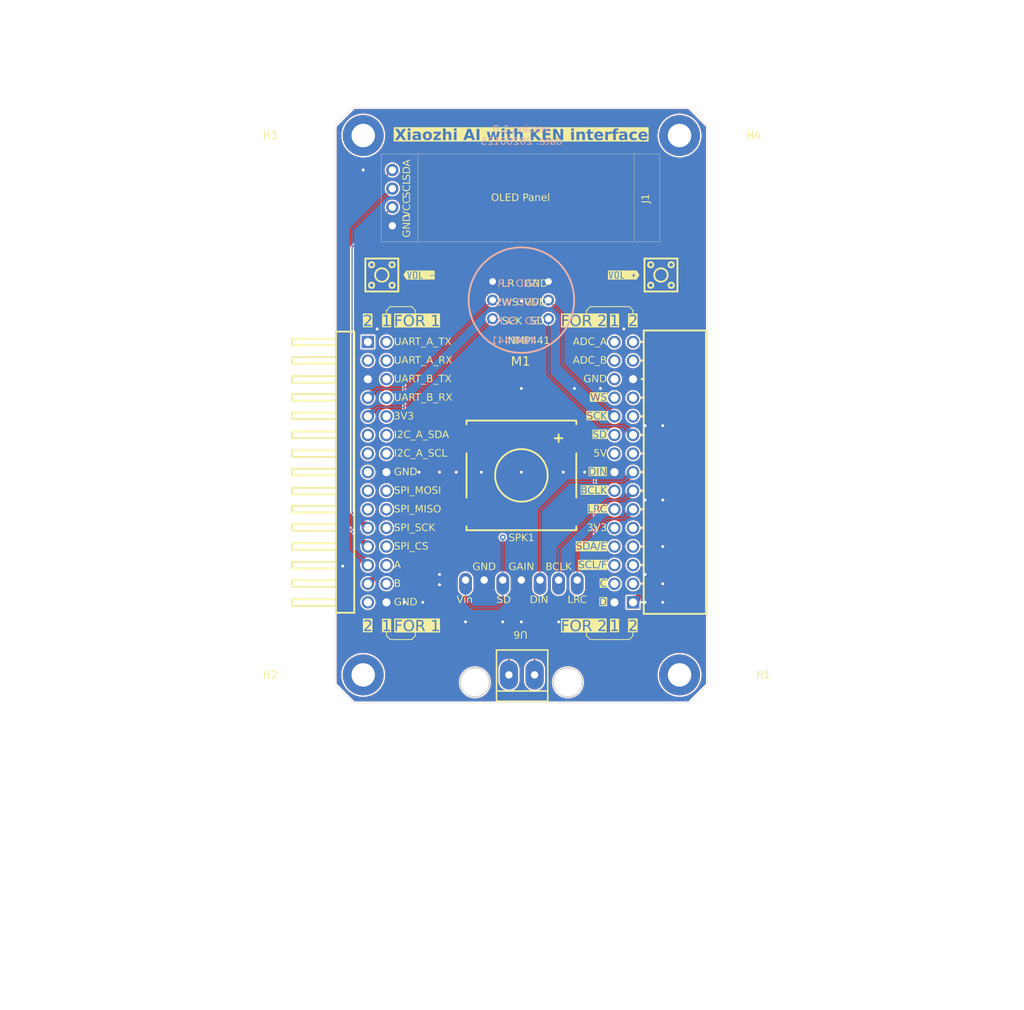
<source format=kicad_pcb>
(kicad_pcb (version 20241229) (generator "pcbnew") (generator_version "9.0")
  (layers (0 "F.Cu" signal) (4 "In1.Cu" signal) (6 "In2.Cu" signal) (2 "B.Cu" signal) (13 "F.Paste" user) (15 "B.Paste" user) (5 "F.SilkS" user "F.Silkscreen") (7 "B.SilkS" user "B.Silkscreen") (1 "F.Mask" user) (3 "B.Mask" user) (25 "Edge.Cuts" user))
  (property "COMMIT_DATE_LONG" "YYYY-MM-DD HH:MM:SS TZ")
  (property "COMMIT_HASH" "deadbeef")
  (property "RELEASE_VERSION" "v#.#")
  (net 0 "")
  (net 1 "GND")
  (net 2 "/IO17")
  (net 3 "/IO13")
  (net 5 "/IO18")
  (net 6 "+3V3")
  (net 7 "/IO12")
  (net 8 "/IO10")
  (net 9 "/IO11")
  (net 13 "/I2C_B_SDA")
  (net 14 "/I2C_B_SCL")
  (net 15 "/IO19")
  (net 16 "/BTN_A")
  (net 17 "/I2C_A_SDA")
  (net 18 "/BTN_B")
  (net 19 "/I2S_A_SD")
  (net 20 "/I2S_B_BCLK")
  (net 21 "/IO20")
  (net 22 "/I2S_A_WS")
  (net 23 "/I2S_B_DIN")
  (net 24 "/I2C_A_SCL")
  (net 25 "/I2S_A_SCK")
  (net 26 "/I2S_B_LRC")
  (net 27 "/ADC_A")
  (net 28 "/BTN_C")
  (net 29 "/BTN_D")
  (net 30 "/ADC_B")
  (net 31 "+5V")
  (net 35 "Net-(U6-OUTN)")
  (net 37 "Net-(SPK1-+)")
  (footprint "MountingHole:MountingHole_3.2mm_M3_DIN965_Pad" (layer "F.Cu") (at 105.41 116.84)
    (property "Reference" "H1" (at 11.43 0 0) (layer "F.SilkS"))
    (property "Value" "MountHole")
    (pad "1" thru_hole circle (at 0 0) (size 5.6 5.6) (drill 3.2) (layers "*.Cu" "*.Mask"))
  )
  (footprint "MountingHole:MountingHole_3.2mm_M3_DIN965_Pad" (layer "F.Cu") (at 62.23 116.84)
    (property "Reference" "H2" (at -12.7 0 0) (layer "F.SilkS"))
    (property "Value" "MountHole")
    (pad "1" thru_hole circle (at 0 0) (size 5.6 5.6) (drill 3.2) (layers "*.Cu" "*.Mask"))
  )
  (footprint "MountingHole:MountingHole_3.2mm_M3_DIN965_Pad" (layer "F.Cu") (at 105.41 43.18)
    (property "Reference" "H4" (at 10.16 0 0) (layer "F.SilkS"))
    (property "Value" "MountHole")
    (pad "1" thru_hole circle (at 0 0) (size 5.6 5.6) (drill 3.2) (layers "*.Cu" "*.Mask"))
  )
  (footprint "FS-1540:BUZ-SMD_5P-L15.0-W15.0-P13.7-BL" (layer "F.Cu") (at 83.82 89.154 180)
    (property "Reference" "SPK1" (at 0 -9 0) (layer "F.SilkS"))
    (property "Value" "FS-1540")
    (fp_line (start 7.49 7.05) (end -7.49 7.05) (stroke (width 0.25)) (layer "F.SilkS"))
    (fp_line (start 7.49 6.54) (end 7.49 7.05) (stroke (width 0.25)) (layer "F.SilkS"))
    (fp_line (start 7.49 -3.46) (end 7.49 2.58) (stroke (width 0.25)) (layer "F.SilkS"))
    (fp_line (start 7.49 -7.93) (end 7.49 -7.42) (stroke (width 0.25)) (layer "F.SilkS"))
    (fp_line (start -5.079999 4.13) (end -5.08 5.149999) (stroke (width 0.25)) (layer "F.SilkS"))
    (fp_line (start -5.589999 4.64) (end -4.57 4.639999) (stroke (width 0.25)) (layer "F.SilkS"))
    (fp_line (start -7.49 7.05) (end -7.49 6.54) (stroke (width 0.25)) (layer "F.SilkS"))
    (fp_line (start -7.49 2.58) (end -7.49 -3.46) (stroke (width 0.25)) (layer "F.SilkS"))
    (fp_line (start -7.49 -7.42) (end -7.49 -7.93) (stroke (width 0.25)) (layer "F.SilkS"))
    (fp_line (start -7.49 -7.93) (end 7.49 -7.93) (stroke (width 0.25)) (layer "F.SilkS"))
    (fp_circle (center 0 -0.44) (end 3.59 -0.44) (stroke (width 0.25)) (fill no) (layer "F.SilkS"))
    (pad "1" smd rect (at -6.85 4.999999 180) (size 1.8 3.5) (layers "F.Cu" "F.Mask" "F.Paste") (net 37 "Net-(SPK1-+)"))
    (pad "2" smd rect (at 6.85 4.999999 180) (size 1.8 3.5) (layers "F.Cu" "F.Mask" "F.Paste") (net 35 "Net-(U6-OUTN)"))
    (pad "3" smd rect (at 6.85 -4.999999 180) (size 1.8 3.5) (layers "F.Cu" "F.Mask" "F.Paste"))
    (pad "4" smd rect (at -6.85 -4.999999 180) (size 1.8 3.5) (layers "F.Cu" "F.Mask" "F.Paste"))
  )
  (footprint "inmp441:INMP441_OMNIDIRECTIONAL_MICROPHONE_MODULE" (layer "F.Cu") (at 84.9719 65.659)
    (property "Reference" "M1" (at -1.26175 8.4328 0) (layer "F.SilkS") (effects (font (size 1.27 1.27))))
    (property "Value" "~")
    (fp_circle (center -1.1519 0) (end 6.0482 0) (stroke (width 0.254)) (fill no) (layer "B.SilkS"))
    (fp_text user "LR" (at -3.839 -2.816 0) (layer "F.SilkS") (effects (font (thickness 0.2032)) (justify left top)))
    (fp_text user "WS" (at -3.84 -0.2562 0) (layer "F.SilkS") (effects (font (thickness 0.2032)) (justify left top)))
    (fp_text user "GND" (at -0.731 -2.816 0) (layer "F.SilkS") (effects (font (thickness 0.2032)) (justify left top)))
    (fp_text user "SD" (at 0.0533 2.3041 0) (layer "F.SilkS") (effects (font (thickness 0.2032)) (justify left top)))
    (fp_text user "INMP441" (at -3.426 4.9919 0) (layer "F.SilkS") (effects (font (thickness 0.2032)) (justify left top)))
    (fp_text user "SCK" (at -3.8405 2.3041 0) (layer "F.SilkS") (effects (font (thickness 0.2032)) (justify left top)))
    (fp_text user "VDD" (at -0.7681 -0.256 0) (layer "F.SilkS") (effects (font (thickness 0.2032)) (justify left top)))
    (fp_text user "WS" (at -2.3973 -0.2562 0) (layer "B.SilkS") (effects (font (thickness 0.2032)) (justify left top mirror)))
    (fp_text user "SD" (at 1.2807 2.3041 0) (layer "B.SilkS") (effects (font (thickness 0.2032)) (justify left top mirror)))
    (fp_text user "LR" (at -2.6881 -2.816 0) (layer "B.SilkS") (effects (font (thickness 0.2032)) (justify left top mirror)))
    (fp_text user "GND" (at 1.2799 -2.816 0) (layer "B.SilkS") (effects (font (thickness 0.2032)) (justify left top mirror)))
    (fp_text user "INMP441" (at 0.8961 4.9919 0) (layer "B.SilkS") (effects (font (thickness 0.2032)) (justify left top mirror)))
    (fp_text user "SCK" (at -1.8306 2.3041 0) (layer "B.SilkS") (effects (font (thickness 0.2032)) (justify left top mirror)))
    (fp_text user "VDD" (at 1.2814 -0.256 0) (layer "B.SilkS") (effects (font (thickness 0.2032)) (justify left top mirror)))
    (pad "GND" thru_hole rect (at 2.54 -2.54) (size 1.524 1.524) (drill 0.9144) (layers "*.Cu" "*.Mask") (net 1 "GND"))
    (pad "L/R" thru_hole oval (at -5.08 -2.54) (size 1.524 1.524) (drill 0.9144) (layers "*.Cu" "*.Mask") (net 1 "GND"))
    (pad "SCK" thru_hole oval (at -5.08 2.54) (size 1.524 1.524) (drill 0.9144) (layers "*.Cu" "*.Mask") (net 25 "/I2S_A_SCK"))
    (pad "SD" thru_hole oval (at 2.54 2.54) (size 1.524 1.524) (drill 0.9144) (layers "*.Cu" "*.Mask") (net 19 "/I2S_A_SD"))
    (pad "VDD" thru_hole oval (at 2.54 0) (size 1.524 1.524) (drill 0.9144) (layers "*.Cu" "*.Mask") (net 6 "+3V3"))
    (pad "WS" thru_hole oval (at -5.08 0) (size 1.524 1.524) (drill 0.9144) (layers "*.Cu" "*.Mask") (net 22 "/I2S_A_WS"))
  )
  (footprint "adafruit-MAX98357:adafruit-MAX98357" (layer "F.Cu") (at 83.7 110.793 180)
    (property "Reference" "U6" (at 0 -0.5 180) (layer "F.SilkS"))
    (property "Value" "adafruit-MAX98357")
    (fp_line (start 3.28 -2.647) (end 3.28 -8.247) (stroke (width 0.2032)) (layer "F.SilkS"))
    (fp_line (start 3.28 -8.247) (end 3.28 -9.647) (stroke (width 0.2032)) (layer "F.SilkS"))
    (fp_line (start 3.28 -8.247) (end -3.72 -8.247) (stroke (width 0.2032)) (layer "F.SilkS"))
    (fp_line (start 3.28 -9.647) (end -3.72 -9.647) (stroke (width 0.2032)) (layer "F.SilkS"))
    (fp_line (start -3.72 -2.647) (end 3.28 -2.647) (stroke (width 0.2032)) (layer "F.SilkS"))
    (fp_line (start -3.72 -8.247) (end -3.72 -2.647) (stroke (width 0.2032)) (layer "F.SilkS"))
    (fp_line (start -3.72 -9.647) (end -3.72 -8.247) (stroke (width 0.2032)) (layer "F.SilkS"))
    (fp_circle (center 6.23 -7.063) (end 8.23 -7.063) (stroke (width 0.2032)) (fill no) (layer "Edge.Cuts"))
    (fp_circle (center -6.47 -7.063) (end -4.47 -7.063) (stroke (width 0.2032)) (fill no) (layer "Edge.Cuts"))
    (fp_text user "SD" (at 2.293 4.185 0) (layer "F.SilkS") (effects (font (thickness 0.1524))))
    (fp_text user "DIN" (at -2.533 4.185 0) (layer "F.SilkS") (effects (font (thickness 0.1524))))
    (fp_text user "GND" (at 4.96 8.685 0) (layer "F.SilkS") (effects (font (thickness 0.1524))))
    (fp_text user "LRC" (at -7.747 4.191 0) (layer "F.SilkS") (effects (font (thickness 0.1524))))
    (fp_text user "GAIN" (at -0.12 8.685 0) (layer "F.SilkS") (effects (font (thickness 0.1524))))
    (fp_text user "Vin" (at 7.627 4.185 0) (layer "F.SilkS") (effects (font (thickness 0.1524))))
    (fp_text user "BCLK" (at -5.2 8.685 0) (layer "F.SilkS") (effects (font (thickness 0.1524))))
    (pad "1" thru_hole oval (at 7.5 6.907 90) (size 3 1.75) (drill 1 (offset -0.5 0)) (layers "*.Cu" "*.Mask") (net 6 "+3V3"))
    (pad "2" thru_hole oval (at 4.96 6.907 90) (size 3 1.75) (drill 1 (offset -0.5 0)) (layers "*.Cu" "*.Mask") (net 1 "GND"))
    (pad "3" thru_hole oval (at 2.42 6.907 90) (size 3 1.75) (drill 1 (offset -0.5 0)) (layers "*.Cu" "*.Mask") (net 6 "+3V3"))
    (pad "4" thru_hole oval (at -0.12 6.907 90) (size 3 1.75) (drill 1 (offset -0.5 0)) (layers "*.Cu" "*.Mask") (net 1 "GND"))
    (pad "5" thru_hole oval (at -2.66 6.907 90) (size 3 1.75) (drill 1 (offset -0.5 0)) (layers "*.Cu" "*.Mask") (net 23 "/I2S_B_DIN"))
    (pad "6" thru_hole oval (at -5.2 6.907 90) (size 3 1.75) (drill 1 (offset -0.5 0)) (layers "*.Cu" "*.Mask") (net 20 "/I2S_B_BCLK"))
    (pad "7" thru_hole oval (at -7.74 6.907 90) (size 3 1.75) (drill 1 (offset -0.5 0)) (layers "*.Cu" "*.Mask") (net 26 "/I2S_B_LRC"))
    (pad "8" thru_hole oval (at -1.92 -6.047) (size 2.5 4) (drill 1) (layers "*.Cu" "*.Mask") (net 37 "Net-(SPK1-+)"))
    (pad "9" thru_hole oval (at 1.58 -6.047) (size 2.5 4) (drill 1) (layers "*.Cu" "*.Mask") (net 35 "Net-(U6-OUTN)"))
  )
  (footprint "MountingHole:MountingHole_3.2mm_M3_DIN965_Pad" (layer "F.Cu") (at 62.23 43.18)
    (property "Reference" "H3" (at -12.7 0 0) (layer "F.SilkS"))
    (property "Value" "MountHole")
    (pad "1" thru_hole circle (at 0 0) (size 5.6 5.6) (drill 3.2) (layers "*.Cu" "*.Mask"))
  )
  (footprint "XDZ254-2-15-W-2.5-G1:HDR-TH_30P-P2.54-H-M-R2-C15-S2.54-N" (layer "F.Cu") (at 64.135 89.154 -90)
    (property "Reference" "U3" (hide yes))
    (property "Value" "XDZ254-2-15-W-2.5-G1")
    (fp_line (start -18.22 11.63) (end -17.33 11.63) (stroke (width 0.25)) (layer "F.SilkS"))
    (fp_line (start -17.33 11.63) (end -17.33 5.63) (stroke (width 0.25)) (layer "F.SilkS"))
    (fp_line (start -15.71 11.63) (end -14.82 11.63) (stroke (width 0.25)) (layer "F.SilkS"))
    (fp_line (start -14.82 11.63) (end -14.82 5.63) (stroke (width 0.25)) (layer "F.SilkS"))
    (fp_line (start -13.12 11.63) (end -12.22 11.63) (stroke (width 0.25)) (layer "F.SilkS"))
    (fp_line (start -12.22 11.63) (end -12.22 5.63) (stroke (width 0.25)) (layer "F.SilkS"))
    (fp_line (start -10.66 11.63) (end -9.76 11.63) (stroke (width 0.25)) (layer "F.SilkS"))
    (fp_line (start -9.76 11.63) (end -9.76 5.63) (stroke (width 0.25)) (layer "F.SilkS"))
    (fp_line (start -8.14 11.63) (end -7.25 11.63) (stroke (width 0.25)) (layer "F.SilkS"))
    (fp_line (start -7.25 11.63) (end -7.25 5.63) (stroke (width 0.25)) (layer "F.SilkS"))
    (fp_line (start -5.55 11.63) (end -4.66 11.63) (stroke (width 0.25)) (layer "F.SilkS"))
    (fp_line (start -4.66 11.63) (end -4.66 5.63) (stroke (width 0.25)) (layer "F.SilkS"))
    (fp_line (start -2.97 11.63) (end -2.07 11.63) (stroke (width 0.25)) (layer "F.SilkS"))
    (fp_line (start -2.07 11.63) (end -2.07 5.63) (stroke (width 0.25)) (layer "F.SilkS"))
    (fp_line (start -0.45 11.63) (end 0.44 11.63) (stroke (width 0.25)) (layer "F.SilkS"))
    (fp_line (start 0.44 11.63) (end 0.44 5.63) (stroke (width 0.25)) (layer "F.SilkS"))
    (fp_line (start 2.14 11.63) (end 3.03 11.63) (stroke (width 0.25)) (layer "F.SilkS"))
    (fp_line (start 3.03 11.63) (end 3.03 5.63) (stroke (width 0.25)) (layer "F.SilkS"))
    (fp_line (start 4.6 11.63) (end 5.5 11.63) (stroke (width 0.25)) (layer "F.SilkS"))
    (fp_line (start 5.5 11.63) (end 5.5 5.63) (stroke (width 0.25)) (layer "F.SilkS"))
    (fp_line (start 7.12 11.63) (end 8.01 11.63) (stroke (width 0.25)) (layer "F.SilkS"))
    (fp_line (start 8.01 11.63) (end 8.01 5.63) (stroke (width 0.25)) (layer "F.SilkS"))
    (fp_line (start 9.71 11.63) (end 10.6 11.63) (stroke (width 0.25)) (layer "F.SilkS"))
    (fp_line (start 10.6 11.63) (end 10.6 5.63) (stroke (width 0.25)) (layer "F.SilkS"))
    (fp_line (start 12.26 11.63) (end 13.15 11.63) (stroke (width 0.25)) (layer "F.SilkS"))
    (fp_line (start 13.15 11.63) (end 13.15 5.63) (stroke (width 0.25)) (layer "F.SilkS"))
    (fp_line (start 14.77 11.63) (end 15.66 11.63) (stroke (width 0.25)) (layer "F.SilkS"))
    (fp_line (start 15.66 11.63) (end 15.66 5.63) (stroke (width 0.25)) (layer "F.SilkS"))
    (fp_line (start 17.36 11.63) (end 18.26 11.63) (stroke (width 0.25)) (layer "F.SilkS"))
    (fp_line (start 18.26 11.63) (end 18.26 5.63) (stroke (width 0.25)) (layer "F.SilkS"))
    (fp_line (start -19.2 5.63) (end 19.2 5.63) (stroke (width 0.25)) (layer "F.SilkS"))
    (fp_line (start -19.2 5.63) (end -19.2 3.13) (stroke (width 0.25)) (layer "F.SilkS"))
    (fp_line (start -18.22 5.63) (end -18.22 11.63) (stroke (width 0.25)) (layer "F.SilkS"))
    (fp_line (start -15.71 5.63) (end -15.71 11.63) (stroke (width 0.25)) (layer "F.SilkS"))
    (fp_line (start -13.12 5.63) (end -13.12 11.63) (stroke (width 0.25)) (layer "F.SilkS"))
    (fp_line (start -10.66 5.63) (end -10.66 11.63) (stroke (width 0.25)) (layer "F.SilkS"))
    (fp_line (start -8.14 5.63) (end -8.14 11.63) (stroke (width 0.25)) (layer "F.SilkS"))
    (fp_line (start -5.55 5.63) (end -5.55 11.63) (stroke (width 0.25)) (layer "F.SilkS"))
    (fp_line (start -2.97 5.63) (end -2.97 11.63) (stroke (width 0.25)) (layer "F.SilkS"))
    (fp_line (start -0.45 5.63) (end -0.45 11.63) (stroke (width 0.25)) (layer "F.SilkS"))
    (fp_line (start 2.14 5.63) (end 2.14 11.63) (stroke (width 0.25)) (layer "F.SilkS"))
    (fp_line (start 4.6 5.63) (end 4.6 11.63) (stroke (width 0.25)) (layer "F.SilkS"))
    (fp_line (start 7.12 5.63) (end 7.12 11.63) (stroke (width 0.25)) (layer "F.SilkS"))
    (fp_line (start 9.71 5.63) (end 9.71 11.63) (stroke (width 0.25)) (layer "F.SilkS"))
    (fp_line (start 12.26 5.63) (end 12.26 11.63) (stroke (width 0.25)) (layer "F.SilkS"))
    (fp_line (start 14.77 5.63) (end 14.77 11.63) (stroke (width 0.25)) (layer "F.SilkS"))
    (fp_line (start 17.36 5.63) (end 17.36 11.63) (stroke (width 0.25)) (layer "F.SilkS"))
    (fp_line (start 19.2 5.63) (end 19.2 3.13) (stroke (width 0.25)) (layer "F.SilkS"))
    (fp_line (start -19.2 3.13) (end 19.2 3.13) (stroke (width 0.25)) (layer "F.SilkS"))
    (pad "1" thru_hole rect (at -17.78 1.27 270) (size 1.7 1.7) (drill 1.100023) (layers "*.Cu" "*.Mask") (net 27 "/ADC_A"))
    (pad "2" thru_hole circle (at -17.78 -1.27 270) (size 1.7 1.7) (drill 1.100023) (layers "*.Cu" "*.Mask") (net 2 "/IO17"))
    (pad "3" thru_hole circle (at -15.24 1.27 270) (size 1.7 1.7) (drill 1.100023) (layers "*.Cu" "*.Mask") (net 30 "/ADC_B"))
    (pad "4" thru_hole circle (at -15.24 -1.27 270) (size 1.7 1.7) (drill 1.100023) (layers "*.Cu" "*.Mask") (net 5 "/IO18"))
    (pad "5" thru_hole circle (at -12.7 1.27 270) (size 1.7 1.7) (drill 1.100023) (layers "*.Cu" "*.Mask") (net 1 "GND"))
    (pad "6" thru_hole circle (at -12.7 -1.27 270) (size 1.7 1.7) (drill 1.100023) (layers "*.Cu" "*.Mask") (net 15 "/IO19"))
    (pad "7" thru_hole circle (at -10.16 1.27 270) (size 1.7 1.7) (drill 1.100023) (layers "*.Cu" "*.Mask") (net 22 "/I2S_A_WS"))
    (pad "8" thru_hole circle (at -10.16 -1.27 270) (size 1.7 1.7) (drill 1.100023) (layers "*.Cu" "*.Mask") (net 21 "/IO20"))
    (pad "9" thru_hole circle (at -7.62 1.27 270) (size 1.7 1.7) (drill 1.100023) (layers "*.Cu" "*.Mask") (net 25 "/I2S_A_SCK"))
    (pad "10" thru_hole circle (at -7.62 -1.27 270) (size 1.7 1.7) (drill 1.100023) (layers "*.Cu" "*.Mask") (net 6 "+3V3"))
    (pad "11" thru_hole circle (at -5.08 1.27 270) (size 1.7 1.7) (drill 1.100023) (layers "*.Cu" "*.Mask") (net 19 "/I2S_A_SD"))
    (pad "12" thru_hole circle (at -5.08 -1.27 270) (size 1.7 1.7) (drill 1.100023) (layers "*.Cu" "*.Mask") (net 17 "/I2C_A_SDA"))
    (pad "13" thru_hole circle (at -2.54 1.27 270) (size 1.7 1.7) (drill 1.100023) (layers "*.Cu" "*.Mask") (net 31 "+5V"))
    (pad "14" thru_hole circle (at -2.54 -1.27 270) (size 1.7 1.7) (drill 1.100023) (layers "*.Cu" "*.Mask") (net 24 "/I2C_A_SCL"))
    (pad "15" thru_hole circle (at 0 1.27 270) (size 1.7 1.7) (drill 1.100023) (layers "*.Cu" "*.Mask") (net 23 "/I2S_B_DIN"))
    (pad "16" thru_hole circle (at 0 -1.27 270) (size 1.7 1.7) (drill 1.100023) (layers "*.Cu" "*.Mask") (net 1 "GND"))
    (pad "17" thru_hole circle (at 2.54 1.27 270) (size 1.7 1.7) (drill 1.100023) (layers "*.Cu" "*.Mask") (net 20 "/I2S_B_BCLK"))
    (pad "18" thru_hole circle (at 2.54 -1.27 270) (size 1.7 1.7) (drill 1.100023) (layers "*.Cu" "*.Mask") (net 9 "/IO11"))
    (pad "19" thru_hole circle (at 5.08 1.27 270) (size 1.7 1.7) (drill 1.100023) (layers "*.Cu" "*.Mask") (net 26 "/I2S_B_LRC"))
    (pad "20" thru_hole circle (at 5.08 -1.27 270) (size 1.7 1.7) (drill 1.100023) (layers "*.Cu" "*.Mask") (net 3 "/IO13"))
    (pad "21" thru_hole circle (at 7.62 1.27 270) (size 1.7 1.7) (drill 1.100023) (layers "*.Cu" "*.Mask") (net 6 "+3V3"))
    (pad "22" thru_hole circle (at 7.62 -1.27 270) (size 1.7 1.7) (drill 1.100023) (layers "*.Cu" "*.Mask") (net 7 "/IO12"))
    (pad "23" thru_hole circle (at 10.16 1.27 270) (size 1.7 1.7) (drill 1.100023) (layers "*.Cu" "*.Mask") (net 13 "/I2C_B_SDA"))
    (pad "24" thru_hole circle (at 10.16 -1.27 270) (size 1.7 1.7) (drill 1.100023) (layers "*.Cu" "*.Mask") (net 8 "/IO10"))
    (pad "25" thru_hole circle (at 12.7 1.27 270) (size 1.7 1.7) (drill 1.100023) (layers "*.Cu" "*.Mask") (net 14 "/I2C_B_SCL"))
    (pad "26" thru_hole circle (at 12.7 -1.27 270) (size 1.7 1.7) (drill 1.100023) (layers "*.Cu" "*.Mask") (net 16 "/BTN_A"))
    (pad "27" thru_hole circle (at 15.24 1.27 270) (size 1.7 1.7) (drill 1.100023) (layers "*.Cu" "*.Mask") (net 28 "/BTN_C"))
    (pad "28" thru_hole circle (at 15.24 -1.27 270) (size 1.7 1.7) (drill 1.100023) (layers "*.Cu" "*.Mask") (net 18 "/BTN_B"))
    (pad "29" thru_hole circle (at 17.78 1.27 270) (size 1.7 1.7) (drill 1.100023) (layers "*.Cu" "*.Mask") (net 29 "/BTN_D"))
    (pad "30" thru_hole circle (at 17.78 -1.27 270) (size 1.7 1.7) (drill 1.100023) (layers "*.Cu" "*.Mask") (net 1 "GND"))
  )
  (footprint "kibuzzard-69756C68" (layer "F.Cu") (at 97.79 62.23)
    (property "Reference" "kibuzzard-69756C68" (hide yes))
    (property "Value" "G***" (hide yes))
    (fp_poly (pts (xy -0.917778 -0.391429) (xy -1.003492 -0.391429) (xy -1.089206 -0.36) (xy -1.122063 -0.284286) (xy -1.122063 0.284286) (xy -1.089206 0.36) (xy -1.003492 0.391429) (xy -0.917778 0.391429) (xy -0.832063 0.36) (xy -0.799206 0.284286) (xy -0.799206 -0.284286) (xy -0.832063 -0.36) (xy -0.917778 -0.391429)) (fill yes) (layer "F.SilkS"))
    (fp_poly (pts (xy -2.037778 -0.619048) (xy -2.156825 -0.619048) (xy -2.156825 0.619048) (xy -2.037778 0.619048) (xy -1.657778 0.619048) (xy -1.657778 0.5) (xy -1.827778 0.5) (xy -2.037778 -0.5) (xy -1.912063 -0.5) (xy -1.740635 0.374286) (xy -1.556349 -0.5) (xy -1.433492 -0.5) (xy -1.657778 0.5) (xy -1.657778 0.619048) (xy -0.932063 0.619048) (xy -0.932063 0.5) (xy -0.989206 0.5) (xy -1.099028 0.484821) (xy -1.179921 0.439286) (xy -1.229742 0.363393) (xy -1.246349 0.257143) (xy -1.246349 -0.257143) (xy -1.229742 -0.363393) (xy -1.179921 -0.439286) (xy -1.099028 -0.484821) (xy -0.989206 -0.5) (xy -0.932063 -0.5) (xy -0.822242 -0.484821) (xy -0.741349 -0.439286) (xy -0.691528 -0.363393) (xy -0.674921 -0.257143) (xy -0.674921 0.257143) (xy -0.691528 0.363393) (xy -0.741349 0.439286) (xy -0.822242 0.484821) (xy -0.932063 0.5) (xy -0.932063 0.619048) (xy 0.032222 0.619048) (xy 0.032222 0.5) (xy -0.410635 0.5) (xy -0.410635 -0.5) (xy -0.286349 -0.5) (xy -0.286349 0.391429) (xy 0.032222 0.391429) (xy 0.032222 0.5) (xy 0.032222 0.619048) (xy 1.296508 0.619048) (xy 1.296508 0.331429) (xy 1.296508 0.107143) (xy 1.080794 0.107143) (xy 1.080794 0) (xy 1.296508 0) (xy 1.296508 -0.225714) (xy 1.410794 -0.225714) (xy 1.410794 0) (xy 1.625079 0) (xy 1.625079 0.107143) (xy 1.410794 0.107143) (xy 1.410794 0.331429) (xy 1.296508 0.331429) (xy 1.296508 0.619048) (xy 1.625079 0.619048) (xy 1.744127 0.619048) (xy 2.156825 0) (xy 1.744127 -0.619048) (xy 1.625079 -0.619048) (xy -2.037778 -0.619048)) (fill yes) (layer "F.SilkS"))
  )
  (footprint "TSC015A03526A:SW-SMD_4P-L4.5-W4.5-P3.00-LS6.8" (layer "F.Cu") (at 64.77 62.23 -90)
    (property "Reference" "SW2" (hide yes))
    (property "Value" "TSC015A03526A")
    (fp_line (start -2.25 2.25) (end -2.25 -2.25) (stroke (width 0.25)) (layer "F.SilkS"))
    (fp_line (start 2.25 2.25) (end -2.25 2.25) (stroke (width 0.25)) (layer "F.SilkS"))
    (fp_line (start -2.25 -2.25) (end 2.25 -2.25) (stroke (width 0.25)) (layer "F.SilkS"))
    (fp_line (start 2.25 -2.25) (end 2.25 2.25) (stroke (width 0.25)) (layer "F.SilkS"))
    (fp_circle (center -1.4 1.4) (end -1.04 1.4) (stroke (width 0.25)) (fill no) (layer "F.SilkS"))
    (fp_circle (center 1.4 1.4) (end 1.76 1.4) (stroke (width 0.25)) (fill no) (layer "F.SilkS"))
    (fp_circle (center 0 0) (end 0.92 0) (stroke (width 0.25)) (fill no) (layer "F.SilkS"))
    (fp_circle (center -1.4 -1.4) (end -1.04 -1.4) (stroke (width 0.25)) (fill no) (layer "F.SilkS"))
    (fp_circle (center 1.4 -1.4) (end 1.76 -1.4) (stroke (width 0.25)) (fill no) (layer "F.SilkS"))
    (pad "1" smd rect (at -3.25 -1.5 270) (size 1.4 1.1) (layers "F.Cu" "F.Mask" "F.Paste"))
    (pad "2" smd rect (at 3.25 -1.5 270) (size 1.4 1.1) (layers "F.Cu" "F.Mask" "F.Paste") (net 28 "/BTN_C"))
    (pad "3" smd rect (at -3.25 1.5 270) (size 1.4 1.1) (layers "F.Cu" "F.Mask" "F.Paste") (net 1 "GND"))
    (pad "4" smd rect (at 3.25 1.5 270) (size 1.4 1.1) (layers "F.Cu" "F.Mask" "F.Paste") (net 1 "GND"))
  )
  (footprint "TSC015A03526A:SW-SMD_4P-L4.5-W4.5-P3.00-LS6.8" (layer "F.Cu") (at 102.87 62.23 -90)
    (property "Reference" "SW1" (hide yes))
    (property "Value" "TSC015A03526A")
    (fp_line (start -2.25 2.25) (end -2.25 -2.25) (stroke (width 0.25)) (layer "F.SilkS"))
    (fp_line (start 2.25 2.25) (end -2.25 2.25) (stroke (width 0.25)) (layer "F.SilkS"))
    (fp_line (start -2.25 -2.25) (end 2.25 -2.25) (stroke (width 0.25)) (layer "F.SilkS"))
    (fp_line (start 2.25 -2.25) (end 2.25 2.25) (stroke (width 0.25)) (layer "F.SilkS"))
    (fp_circle (center -1.4 1.4) (end -1.04 1.4) (stroke (width 0.25)) (fill no) (layer "F.SilkS"))
    (fp_circle (center 1.4 1.4) (end 1.76 1.4) (stroke (width 0.25)) (fill no) (layer "F.SilkS"))
    (fp_circle (center 0 0) (end 0.92 0) (stroke (width 0.25)) (fill no) (layer "F.SilkS"))
    (fp_circle (center -1.4 -1.4) (end -1.04 -1.4) (stroke (width 0.25)) (fill no) (layer "F.SilkS"))
    (fp_circle (center 1.4 -1.4) (end 1.76 -1.4) (stroke (width 0.25)) (fill no) (layer "F.SilkS"))
    (pad "1" smd rect (at -3.25 -1.5 270) (size 1.4 1.1) (layers "F.Cu" "F.Mask" "F.Paste"))
    (pad "2" smd rect (at 3.25 -1.5 270) (size 1.4 1.1) (layers "F.Cu" "F.Mask" "F.Paste") (net 29 "/BTN_D"))
    (pad "3" smd rect (at -3.25 1.5 270) (size 1.4 1.1) (layers "F.Cu" "F.Mask" "F.Paste") (net 1 "GND"))
    (pad "4" smd rect (at 3.25 1.5 270) (size 1.4 1.1) (layers "F.Cu" "F.Mask" "F.Paste") (net 1 "GND"))
  )
  (footprint "kibuzzard-69756C5B" (layer "F.Cu") (at 69.85 62.23)
    (property "Reference" "kibuzzard-69756C5B" (hide yes))
    (property "Value" "G***" (hide yes))
    (fp_poly (pts (xy -0.485079 -0.391429) (xy -0.570794 -0.391429) (xy -0.656508 -0.36) (xy -0.689365 -0.284286) (xy -0.689365 0.284286) (xy -0.656508 0.36) (xy -0.570794 0.391429) (xy -0.485079 0.391429) (xy -0.399365 0.36) (xy -0.366508 0.284286) (xy -0.366508 -0.284286) (xy -0.399365 -0.36) (xy -0.485079 -0.391429)) (fill yes) (layer "F.SilkS"))
    (fp_poly (pts (xy -1.605079 -0.619048) (xy -1.724127 -0.619048) (xy -2.136825 0) (xy -1.724127 0.619048) (xy -1.605079 0.619048) (xy -1.225079 0.619048) (xy -1.225079 0.5) (xy -1.395079 0.5) (xy -1.605079 -0.5) (xy -1.479365 -0.5) (xy -1.307937 0.374286) (xy -1.123651 -0.5) (xy -1.000794 -0.5) (xy -1.225079 0.5) (xy -1.225079 0.619048) (xy -0.499365 0.619048) (xy -0.499365 0.5) (xy -0.556508 0.5) (xy -0.666329 0.484821) (xy -0.747222 0.439286) (xy -0.797044 0.363393) (xy -0.813651 0.257143) (xy -0.813651 -0.257143) (xy -0.797044 -0.363393) (xy -0.747222 -0.439286) (xy -0.666329 -0.484821) (xy -0.556508 -0.5) (xy -0.499365 -0.5) (xy -0.389544 -0.484821) (xy -0.308651 -0.439286) (xy -0.258829 -0.363393) (xy -0.242222 -0.257143) (xy -0.242222 0.257143) (xy -0.258829 0.363393) (xy -0.308651 0.439286) (xy -0.389544 0.484821) (xy -0.499365 0.5) (xy -0.499365 0.619048) (xy 0.464921 0.619048) (xy 0.464921 0.5) (xy 0.022063 0.5) (xy 0.022063 -0.5) (xy 0.146349 -0.5) (xy 0.146349 0.391429) (xy 0.464921 0.391429) (xy 0.464921 0.5) (xy 0.464921 0.619048) (xy 2.017778 0.619048) (xy 2.017778 0.107143) (xy 1.553492 0.107143) (xy 1.553492 0) (xy 2.017778 0) (xy 2.017778 0.107143) (xy 2.017778 0.619048) (xy 2.136825 0.619048) (xy 2.136825 -0.619048) (xy 2.017778 -0.619048) (xy -1.605079 -0.619048)) (fill yes) (layer "F.SilkS"))
  )
  (footprint "PM254-2-15-W-8.5:HDR-TH_30P-P2.54-H-F-R2-C15-W8.5" (layer "F.Cu") (at 97.79 89.154 90)
    (property "Reference" "U5" (hide yes))
    (property "Value" "PM254-2-15-W-8.5")
    (fp_line (start 19.35 2.73) (end 19.35 11.23) (stroke (width 0.25)) (layer "F.SilkS"))
    (fp_line (start 17.79 2.73) (end 17.79 2.42) (stroke (width 0.25)) (layer "F.SilkS"))
    (fp_line (start 15.25 2.73) (end 15.25 2.42) (stroke (width 0.25)) (layer "F.SilkS"))
    (fp_line (start 12.71 2.73) (end 12.71 2.42) (stroke (width 0.25)) (layer "F.SilkS"))
    (fp_line (start 10.17 2.73) (end 10.17 2.42) (stroke (width 0.25)) (layer "F.SilkS"))
    (fp_line (start 7.63 2.73) (end 7.63 2.42) (stroke (width 0.25)) (layer "F.SilkS"))
    (fp_line (start 5.09 2.73) (end 5.09 2.42) (stroke (width 0.25)) (layer "F.SilkS"))
    (fp_line (start 2.55 2.73) (end 2.55 2.42) (stroke (width 0.25)) (layer "F.SilkS"))
    (fp_line (start 0.01 2.73) (end 0.01 2.42) (stroke (width 0.25)) (layer "F.SilkS"))
    (fp_line (start -2.53 2.73) (end -2.53 2.42) (stroke (width 0.25)) (layer "F.SilkS"))
    (fp_line (start -5.07 2.73) (end -5.07 2.42) (stroke (width 0.25)) (layer "F.SilkS"))
    (fp_line (start -7.61 2.73) (end -7.61 2.42) (stroke (width 0.25)) (layer "F.SilkS"))
    (fp_line (start -10.15 2.73) (end -10.15 2.42) (stroke (width 0.25)) (layer "F.SilkS"))
    (fp_line (start -12.69 2.73) (end -12.69 2.42) (stroke (width 0.25)) (layer "F.SilkS"))
    (fp_line (start -15.23 2.73) (end -15.23 2.42) (stroke (width 0.25)) (layer "F.SilkS"))
    (fp_line (start -17.77 2.73) (end -17.77 2.42) (stroke (width 0.25)) (layer "F.SilkS"))
    (fp_line (start -19.35 2.73) (end 19.35 2.73) (stroke (width 0.25)) (layer "F.SilkS"))
    (fp_line (start -19.35 11.23) (end -19.35 2.73) (stroke (width 0.25)) (layer "F.SilkS"))
    (fp_line (start -19.35 11.23) (end 19.35 11.23) (stroke (width 0.25)) (layer "F.SilkS"))
    (pad "1" thru_hole rect (at -17.78 1.27 90) (size 1.7 1.7) (drill 1.100023) (layers "*.Cu" "*.Mask") (net 29 "/BTN_D"))
    (pad "2" thru_hole circle (at -17.78 -1.27 90) (size 1.7 1.7) (drill 1.100023) (layers "*.Cu" "*.Mask") (net 1 "GND"))
    (pad "3" thru_hole circle (at -15.24 1.27 90) (size 1.7 1.7) (drill 1.100023) (layers "*.Cu" "*.Mask") (net 28 "/BTN_C"))
    (pad "4" thru_hole circle (at -15.24 -1.27 90) (size 1.7 1.7) (drill 1.100023) (layers "*.Cu" "*.Mask") (net 18 "/BTN_B"))
    (pad "5" thru_hole circle (at -12.7 1.27 90) (size 1.7 1.7) (drill 1.100023) (layers "*.Cu" "*.Mask") (net 14 "/I2C_B_SCL"))
    (pad "6" thru_hole circle (at -12.7 -1.27 90) (size 1.7 1.7) (drill 1.100023) (layers "*.Cu" "*.Mask") (net 16 "/BTN_A"))
    (pad "7" thru_hole circle (at -10.16 1.27 90) (size 1.7 1.7) (drill 1.100023) (layers "*.Cu" "*.Mask") (net 13 "/I2C_B_SDA"))
    (pad "8" thru_hole circle (at -10.16 -1.27 90) (size 1.7 1.7) (drill 1.100023) (layers "*.Cu" "*.Mask") (net 8 "/IO10"))
    (pad "9" thru_hole circle (at -7.62 1.27 90) (size 1.7 1.7) (drill 1.100023) (layers "*.Cu" "*.Mask") (net 6 "+3V3"))
    (pad "10" thru_hole circle (at -7.62 -1.27 90) (size 1.7 1.7) (drill 1.100023) (layers "*.Cu" "*.Mask") (net 7 "/IO12"))
    (pad "11" thru_hole circle (at -5.08 1.27 90) (size 1.7 1.7) (drill 1.100023) (layers "*.Cu" "*.Mask") (net 26 "/I2S_B_LRC"))
    (pad "12" thru_hole circle (at -5.08 -1.27 90) (size 1.7 1.7) (drill 1.100023) (layers "*.Cu" "*.Mask") (net 3 "/IO13"))
    (pad "13" thru_hole circle (at -2.54 1.27 90) (size 1.7 1.7) (drill 1.100023) (layers "*.Cu" "*.Mask") (net 20 "/I2S_B_BCLK"))
    (pad "14" thru_hole circle (at -2.54 -1.27 90) (size 1.7 1.7) (drill 1.100023) (layers "*.Cu" "*.Mask") (net 9 "/IO11"))
    (pad "15" thru_hole circle (at 0 1.27 90) (size 1.7 1.7) (drill 1.100023) (layers "*.Cu" "*.Mask") (net 23 "/I2S_B_DIN"))
    (pad "16" thru_hole circle (at 0 -1.27 90) (size 1.7 1.7) (drill 1.100023) (layers "*.Cu" "*.Mask") (net 1 "GND"))
    (pad "17" thru_hole circle (at 2.54 1.27 90) (size 1.7 1.7) (drill 1.100023) (layers "*.Cu" "*.Mask") (net 31 "+5V"))
    (pad "18" thru_hole circle (at 2.54 -1.27 90) (size 1.7 1.7) (drill 1.100023) (layers "*.Cu" "*.Mask") (net 24 "/I2C_A_SCL"))
    (pad "19" thru_hole circle (at 5.08 1.27 90) (size 1.7 1.7) (drill 1.100023) (layers "*.Cu" "*.Mask") (net 19 "/I2S_A_SD"))
    (pad "20" thru_hole circle (at 5.08 -1.27 90) (size 1.7 1.7) (drill 1.100023) (layers "*.Cu" "*.Mask") (net 17 "/I2C_A_SDA"))
    (pad "21" thru_hole circle (at 7.62 1.27 90) (size 1.7 1.7) (drill 1.100023) (layers "*.Cu" "*.Mask") (net 25 "/I2S_A_SCK"))
    (pad "22" thru_hole circle (at 7.62 -1.27 90) (size 1.7 1.7) (drill 1.100023) (layers "*.Cu" "*.Mask") (net 6 "+3V3"))
    (pad "23" thru_hole circle (at 10.16 1.27 90) (size 1.7 1.7) (drill 1.100023) (layers "*.Cu" "*.Mask") (net 22 "/I2S_A_WS"))
    (pad "24" thru_hole circle (at 10.16 -1.27 90) (size 1.7 1.7) (drill 1.100023) (layers "*.Cu" "*.Mask") (net 21 "/IO20"))
    (pad "25" thru_hole circle (at 12.7 1.27 90) (size 1.7 1.7) (drill 1.100023) (layers "*.Cu" "*.Mask") (net 1 "GND"))
    (pad "26" thru_hole circle (at 12.7 -1.27 90) (size 1.7 1.7) (drill 1.100023) (layers "*.Cu" "*.Mask") (net 15 "/IO19"))
    (pad "27" thru_hole circle (at 15.24 1.27 90) (size 1.7 1.7) (drill 1.100023) (layers "*.Cu" "*.Mask") (net 30 "/ADC_B"))
    (pad "28" thru_hole circle (at 15.24 -1.27 90) (size 1.7 1.7) (drill 1.100023) (layers "*.Cu" "*.Mask") (net 5 "/IO18"))
    (pad "29" thru_hole circle (at 17.78 1.27 90) (size 1.7 1.7) (drill 1.100023) (layers "*.Cu" "*.Mask") (net 27 "/ADC_A"))
    (pad "30" thru_hole circle (at 17.78 -1.27 90) (size 1.7 1.7) (drill 1.100023) (layers "*.Cu" "*.Mask") (net 2 "/IO17"))
  )
  (footprint "oled_128x32:SSD1306-0.91-OLED-4pin-128x32" (layer "F.Cu") (at 102.705 57.701 180)
    (property "Reference" "J1" (at 1.9 5.91 90) (layer "F.SilkS") (effects (font (thickness 0.2))))
    (property "Value" "Conn_01x04_Pin")
    (fp_line (start 38 12) (end 38 0) (stroke (width 0.04)) (layer "F.SilkS"))
    (fp_line (start 38 0) (end 0 0) (stroke (width 0.04)) (layer "F.SilkS"))
    (fp_line (start 33 0) (end 33 12) (stroke (width 0.04)) (layer "F.SilkS"))
    (fp_line (start 3.5 0) (end 3.5 12) (stroke (width 0.04)) (layer "F.SilkS"))
    (fp_line (start 0 12) (end 38 12) (stroke (width 0.04)) (layer "F.SilkS"))
    (fp_line (start 0 0) (end 0 12) (stroke (width 0.04)) (layer "F.SilkS"))
    (fp_text user "GND" (at 34.5 2.19 90) (layer "F.SilkS") (effects (font (thickness 0.2))))
    (fp_text user "VCC" (at 34.5 4.73 90) (layer "F.SilkS") (effects (font (thickness 0.2))))
    (fp_text user "OLED Panel" (at 19 6 0) (layer "F.SilkS") (effects (font (thickness 0.2))))
    (fp_text user "SDA" (at 34.5 9.81 90) (layer "F.SilkS") (effects (font (thickness 0.2))))
    (fp_text user "SCL" (at 34.5 7.27 90) (layer "F.SilkS") (effects (font (thickness 0.2))))
    (pad "1" thru_hole rect (at 36.5 2.19 180) (size 1.7 1.7) (drill 1) (layers "*.Cu" "*.Mask") (net 1 "GND"))
    (pad "2" thru_hole oval (at 36.5 4.73 180) (size 1.7 1.7) (drill 1) (layers "*.Cu" "*.Mask") (net 6 "+3V3"))
    (pad "3" thru_hole oval (at 36.5 7.27 180) (size 1.7 1.7) (drill 1) (layers "*.Cu" "*.Mask") (net 14 "/I2C_B_SCL"))
    (pad "4" thru_hole oval (at 36.5 9.81 180) (size 1.7 1.7) (drill 1) (layers "*.Cu" "*.Mask") (net 13 "/I2C_B_SDA"))
  )
  (gr_line (start 98.552 112.014) (end 93.218 112.014) (stroke (width 0.12)) (layer "F.SilkS"))
  (gr_line (start 99.06 111.506) (end 98.552 112.014) (stroke (width 0.12)) (layer "F.SilkS"))
  (gr_line (start 65.913 66.548) (end 68.834 66.548) (stroke (width 0.12)) (layer "F.SilkS"))
  (gr_line (start 92.71 111.506) (end 92.71 110.998) (stroke (width 0.12)) (layer "F.SilkS"))
  (gr_line (start 69.342 110.998) (end 69.342 111.506) (stroke (width 0.12)) (layer "F.SilkS"))
  (gr_line (start 68.834 66.548) (end 69.342 67.056) (stroke (width 0.12)) (layer "F.SilkS"))
  (gr_line (start 92.71 67.056) (end 93.218 66.548) (stroke (width 0.12)) (layer "F.SilkS"))
  (gr_line (start 69.342 67.056) (end 69.342 67.564) (stroke (width 0.12)) (layer "F.SilkS"))
  (gr_line (start 92.71 67.564) (end 92.71 67.056) (stroke (width 0.12)) (layer "F.SilkS"))
  (gr_line (start 99.06 67.056) (end 99.06 67.564) (stroke (width 0.12)) (layer "F.SilkS"))
  (gr_line (start 93.218 66.548) (end 98.552 66.548) (stroke (width 0.12)) (layer "F.SilkS"))
  (gr_line (start 65.405 111.506) (end 65.405 110.998) (stroke (width 0.12)) (layer "F.SilkS"))
  (gr_line (start 65.405 67.564) (end 65.405 67.056) (stroke (width 0.12)) (layer "F.SilkS"))
  (gr_line (start 65.913 112.014) (end 65.405 111.506) (stroke (width 0.12)) (layer "F.SilkS"))
  (gr_line (start 65.405 67.056) (end 65.913 66.548) (stroke (width 0.12)) (layer "F.SilkS"))
  (gr_line (start 99.06 110.998) (end 99.06 111.506) (stroke (width 0.12)) (layer "F.SilkS"))
  (gr_line (start 98.552 66.548) (end 99.06 67.056) (stroke (width 0.12)) (layer "F.SilkS"))
  (gr_line (start 93.218 112.014) (end 92.71 111.506) (stroke (width 0.12)) (layer "F.SilkS"))
  (gr_line (start 68.834 112.014) (end 65.913 112.014) (stroke (width 0.12)) (layer "F.SilkS"))
  (gr_line (start 69.342 111.506) (end 68.834 112.014) (stroke (width 0.12)) (layer "F.SilkS"))
  (gr_line (start 109.22 118.11) (end 109.22 41.91) (stroke (width 0.05)) (layer "Edge.Cuts"))
  (gr_line (start 106.68 39.37) (end 109.22 41.91) (stroke (width 0.05)) (layer "Edge.Cuts"))
  (gr_line (start 58.42 41.91) (end 58.42 118.11) (stroke (width 0.05)) (layer "Edge.Cuts"))
  (gr_line (start 60.96 39.37) (end 58.42 41.91) (stroke (width 0.05)) (layer "Edge.Cuts"))
  (gr_line (start 58.42 118.11) (end 60.96 120.65) (stroke (width 0.05)) (layer "Edge.Cuts"))
  (gr_line (start 60.96 39.37) (end 106.68 39.37) (stroke (width 0.05)) (layer "Edge.Cuts"))
  (gr_line (start 109.22 118.11) (end 106.68 120.65) (stroke (width 0.05)) (layer "Edge.Cuts"))
  (gr_line (start 60.96 120.65) (end 106.68 120.65) (stroke (width 0.05)) (layer "Edge.Cuts"))
  (gr_text "1" (at 96.52 110.236 0) (layer "F.SilkS" knockout) (effects (font (size 1.5 1.5))))
  (gr_text "I2C_A_SCL" (at 66.421 86.614 0) (layer "F.SilkS") (effects (font (size 1 1)) (justify left)))
  (gr_text "FOR 1" (at 66.421 110.236 0) (layer "F.SilkS" knockout) (effects (font (size 1.5 1.5)) (justify left)))
  (gr_text "B" (at 66.421 104.394 0) (layer "F.SilkS") (effects (font (size 1 1)) (justify left)))
  (gr_text "FOR 2" (at 95.504 68.58 0) (layer "F.SilkS" knockout) (effects (font (size 1.5 1.5)) (justify right)))
  (gr_text "GND" (at 66.421 106.934 0) (layer "F.SilkS") (effects (font (size 1 1)) (justify left)))
  (gr_text "1" (at 65.405 68.58 0) (layer "F.SilkS" knockout) (effects (font (size 1.5 1.5))))
  (gr_text "SDA/E" (at 95.504 99.314 0) (layer "F.SilkS" knockout) (effects (font (size 1 1)) (justify right)))
  (gr_text "FOR 2" (at 95.504 110.236 0) (layer "F.SilkS" knockout) (effects (font (size 1.5 1.5)) (justify right)))
  (gr_text "SPI_CS" (at 66.421 99.314 0) (layer "F.SilkS") (effects (font (size 1 1)) (justify left)))
  (gr_text "D" (at 95.504 106.934 0) (layer "F.SilkS" knockout) (effects (font (size 1 1)) (justify right)))
  (gr_text "SPI_SCK" (at 66.421 96.774 0) (layer "F.SilkS") (effects (font (size 1 1)) (justify left)))
  (gr_text "2" (at 62.865 110.236 0) (layer "F.SilkS" knockout) (effects (font (size 1.5 1.5))))
  (gr_text "2" (at 99.06 68.58 0) (layer "F.SilkS" knockout) (effects (font (size 1.5 1.5))))
  (gr_text "SCK" (at 95.504 81.534 0) (layer "F.SilkS" knockout) (effects (font (size 1 1)) (justify right)))
  (gr_text "UART_B_TX" (at 66.421 76.454 0) (layer "F.SilkS") (effects (font (size 1 1)) (justify left)))
  (gr_text "GND" (at 66.421 89.154 0) (layer "F.SilkS") (effects (font (size 1 1)) (justify left)))
  (gr_text "1" (at 96.52 68.58 0) (layer "F.SilkS" knockout) (effects (font (size 1.5 1.5))))
  (gr_text "2" (at 99.06 110.236 0) (layer "F.SilkS" knockout) (effects (font (size 1.5 1.5))))
  (gr_text "3V3" (at 95.504 96.774 0) (layer "F.SilkS") (effects (font (size 1 1)) (justify right)))
  (gr_text "2" (at 62.865 68.58 0) (layer "F.SilkS" knockout) (effects (font (size 1.5 1.5))))
  (gr_text "SPI_MISO" (at 66.421 94.234 0) (layer "F.SilkS") (effects (font (size 1 1)) (justify left)))
  (gr_text "ADC_B\n" (at 95.504 73.914 0) (layer "F.SilkS") (effects (font (size 1 1)) (justify right)))
  (gr_text "SCL/F" (at 95.504 101.854 0) (layer "F.SilkS" knockout) (effects (font (size 1 1)) (justify right)))
  (gr_text "C" (at 95.504 104.394 0) (layer "F.SilkS" knockout) (effects (font (size 1 1)) (justify right)))
  (gr_text "ADC_A" (at 95.504 71.374 0) (layer "F.SilkS") (effects (font (size 1 1)) (justify right)))
  (gr_text "UART_A_TX" (at 66.421 71.374 0) (layer "F.SilkS") (effects (font (size 1 1)) (justify left)))
  (gr_text "BCLK" (at 95.504 91.694 0) (layer "F.SilkS" knockout) (effects (font (size 1 1)) (justify right)))
  (gr_text "3V3" (at 66.421 81.534 0) (layer "F.SilkS") (effects (font (size 1 1)) (justify left)))
  (gr_text "DIN" (at 95.504 89.154 0) (layer "F.SilkS" knockout) (effects (font (size 1 1)) (justify right)))
  (gr_text "WS" (at 95.504 78.994 0) (layer "F.SilkS" knockout) (effects (font (size 1 1)) (justify right)))
  (gr_text "A" (at 66.421 101.854 0) (layer "F.SilkS") (effects (font (size 1 1)) (justify left)))
  (gr_text "SD" (at 95.504 84.074 0) (layer "F.SilkS" knockout) (effects (font (size 1 1)) (justify right)))
  (gr_text "LRC" (at 95.504 94.234 0) (layer "F.SilkS" knockout) (effects (font (size 1 1)) (justify right)))
  (gr_text "UART_A_RX" (at 66.421 73.914 0) (layer "F.SilkS") (effects (font (size 1 1)) (justify left)))
  (gr_text "I2C_A_SDA" (at 66.421 84.074 0) (layer "F.SilkS") (effects (font (size 1 1)) (justify left)))
  (gr_text "5V" (at 95.504 86.614 0) (layer "F.SilkS") (effects (font (size 1 1)) (justify right)))
  (gr_text "FOR 1" (at 66.421 68.58 0) (layer "F.SilkS" knockout) (effects (font (size 1.5 1.5)) (justify left)))
  (gr_text "UART_B_RX" (at 66.421 78.994 0) (layer "F.SilkS") (effects (font (size 1 1)) (justify left)))
  (gr_text "1" (at 65.405 110.236 0) (layer "F.SilkS" knockout) (effects (font (size 1.5 1.5))))
  (gr_text "GND" (at 95.504 76.454 0) (layer "F.SilkS") (effects (font (size 1 1)) (justify right)))
  (gr_text "SPI_MOSI" (at 66.421 91.694 0) (layer "F.SilkS") (effects (font (size 1 1)) (justify left)))
  (gr_text "Xiaozhi AI with KEN interface" (at 83.82 43.18 0) (layer "F.SilkS" knockout) (effects (font (size 1.5 1.5) (thickness 0.2) (bold yes))))
  (gr_text "version:1.0\ndate: 20260125" (at 83.82 43.18 0) (layer "B.SilkS") (effects (font (size 1 1)) (justify mirror)))
  (via (at 67.818 106.934) (size 0.8) (drill 0.4) (layers "F.Cu" "B.Cu") (net 1))
  (via (at 103.124 99.314) (size 0.8) (drill 0.4) (layers "F.Cu" "B.Cu") (net 1))
  (via (at 72.644 89.154) (size 0.8) (drill 0.4) (layers "F.Cu" "B.Cu") (net 1))
  (via (at 83.82 77.724) (size 0.8) (drill 0.4) (layers "F.Cu" "B.Cu") (net 1))
  (via (at 59.436 101.981) (size 0.8) (drill 0.4) (layers "F.Cu" "B.Cu") (net 1))
  (via (at 81.28 109.601) (size 0.8) (drill 0.4) (layers "F.Cu" "B.Cu") (net 1))
  (via (at 91.059 77.724) (size 0.8) (drill 0.4) (layers "F.Cu" "B.Cu") (net 1))
  (via (at 70.358 106.934) (size 0.8) (drill 0.4) (layers "F.Cu" "B.Cu") (net 1))
  (via (at 100.711 103.124) (size 0.8) (drill 0.4) (layers "F.Cu" "B.Cu") (net 1))
  (via (at 62.23 47.879) (size 0.8) (drill 0.4) (layers "F.Cu" "B.Cu") (net 1))
  (via (at 103.124 106.934) (size 0.8) (drill 0.4) (layers "F.Cu" "B.Cu") (net 1))
  (via (at 74.93 89.154) (size 0.8) (drill 0.4) (layers "F.Cu" "B.Cu") (net 1))
  (via (at 103.124 92.964) (size 0.8) (drill 0.4) (layers "F.Cu" "B.Cu") (net 1))
  (via (at 83.82 109.601) (size 0.8) (drill 0.4) (layers "F.Cu" "B.Cu") (net 1))
  (via (at 97.79 69.596) (size 0.8) (drill 0.4) (layers "F.Cu" "B.Cu") (net 1))
  (via (at 76.2 109.601) (size 0.8) (drill 0.4) (layers "F.Cu" "B.Cu") (net 1))
  (via (at 100.711 92.964) (size 0.8) (drill 0.4) (layers "F.Cu" "B.Cu") (net 1))
  (via (at 72.644 103.124) (size 0.8) (drill 0.4) (layers "F.Cu" "B.Cu") (net 1))
  (via (at 69.85 89.154) (size 0.8) (drill 0.4) (layers "F.Cu" "B.Cu") (net 1))
  (via (at 103.124 82.804) (size 0.8) (drill 0.4) (layers "F.Cu" "B.Cu") (net 1))
  (via (at 88.9 109.601) (size 0.8) (drill 0.4) (layers "F.Cu" "B.Cu") (net 1))
  (via (at 89.535 89.154) (size 0.8) (drill 0.4) (layers "F.Cu" "B.Cu") (net 1))
  (via (at 83.82 65.786) (size 0.8) (drill 0.4) (layers "F.Cu" "B.Cu") (net 1))
  (via (at 94.615 77.724) (size 0.8) (drill 0.4) (layers "F.Cu" "B.Cu") (net 1))
  (via (at 92.456 89.154) (size 0.8) (drill 0.4) (layers "F.Cu" "B.Cu") (net 1))
  (via (at 72.644 104.521) (size 0.8) (drill 0.4) (layers "F.Cu" "B.Cu") (net 1))
  (via (at 100.711 106.934) (size 0.8) (drill 0.4) (layers "F.Cu" "B.Cu") (net 1))
  (via (at 100.711 82.804) (size 0.8) (drill 0.4) (layers "F.Cu" "B.Cu") (net 1))
  (via (at 78.359 89.154) (size 0.8) (drill 0.4) (layers "F.Cu" "B.Cu") (net 1))
  (via (at 64.135 69.596) (size 0.8) (drill 0.4) (layers "F.Cu" "B.Cu") (net 1))
  (via (at 103.124 104.394) (size 0.8) (drill 0.4) (layers "F.Cu" "B.Cu") (net 1))
  (via (at 83.82 89.154) (size 0.8) (drill 0.4) (layers "F.Cu" "B.Cu") (net 1))
  (segment (start 60.706 58.47) (end 60.706 94.615) (width 0.15) (layer "F.Cu") (net 6))
  (segment (start 60.706 94.615) (end 62.865 96.774) (width 0.15) (layer "F.Cu") (net 6))
  (segment (start 66.205 52.971) (end 60.706 58.47) (width 0.15) (layer "F.Cu") (net 6))
  (via (at 81.28 98.044) (size 0.8) (drill 0.4) (layers "F.Cu" "B.Cu") (net 6))
  (segment (start 87.5119 65.659) (end 89.408 67.5551) (width 0.15) (layer "B.Cu") (net 6))
  (segment (start 81.28 106.934) (end 81.28 103.886) (width 0.15) (layer "B.Cu") (net 6))
  (segment (start 81.28 103.886) (end 81.28 98.044) (width 0.15) (layer "B.Cu") (net 6))
  (segment (start 76.2 106.68) (end 77.216 107.696) (width 0.15) (layer "B.Cu") (net 6))
  (segment (start 80.518 107.696) (end 81.28 106.934) (width 0.15) (layer "B.Cu") (net 6))
  (segment (start 89.408 74.422) (end 96.52 81.534) (width 0.15) (layer "B.Cu") (net 6))
  (segment (start 76.2 103.886) (end 76.2 106.68) (width 0.15) (layer "B.Cu") (net 6))
  (segment (start 77.216 107.696) (end 80.518 107.696) (width 0.15) (layer "B.Cu") (net 6))
  (segment (start 89.408 67.5551) (end 89.408 74.422) (width 0.15) (layer "B.Cu") (net 6))
  (segment (start 59.436 95.885) (end 62.865 99.314) (width 0.15) (layer "F.Cu") (net 13))
  (segment (start 66.205 47.891) (end 59.436 54.66) (width 0.15) (layer "F.Cu") (net 13))
  (segment (start 59.436 54.66) (end 59.436 95.885) (width 0.15) (layer "F.Cu") (net 13))
  (segment (start 60.706 55.93) (end 60.706 99.695) (width 0.15) (layer "B.Cu") (net 14))
  (segment (start 66.205 50.431) (end 60.706 55.93) (width 0.15) (layer "B.Cu") (net 14))
  (segment (start 60.706 99.695) (end 62.865 101.854) (width 0.15) (layer "B.Cu") (net 14))
  (segment (start 87.5119 68.199) (end 87.5119 75.8279) (width 0.15) (layer "B.Cu") (net 19))
  (segment (start 97.79 82.804) (end 99.06 84.074) (width 0.15) (layer "B.Cu") (net 19))
  (segment (start 94.488 82.804) (end 97.79 82.804) (width 0.15) (layer "B.Cu") (net 19))
  (segment (start 87.5119 75.8279) (end 94.488 82.804) (width 0.15) (layer "B.Cu") (net 19))
  (segment (start 88.9 103.886) (end 88.9 99.568) (width 0.15) (layer "B.Cu") (net 20))
  (segment (start 95.504 92.964) (end 97.79 92.964) (width 0.15) (layer "B.Cu") (net 20))
  (segment (start 88.9 99.568) (end 95.504 92.964) (width 0.15) (layer "B.Cu") (net 20))
  (segment (start 97.79 92.964) (end 99.06 91.694) (width 0.15) (layer "B.Cu") (net 20))
  (segment (start 79.8919 65.659) (end 67.8269 77.724) (width 0.15) (layer "B.Cu") (net 22))
  (segment (start 67.8269 77.724) (end 64.135 77.724) (width 0.15) (layer "B.Cu") (net 22))
  (segment (start 64.135 77.724) (end 62.865 78.994) (width 0.15) (layer "B.Cu") (net 22))
  (segment (start 97.79 90.424) (end 99.06 89.154) (width 0.15) (layer "B.Cu") (net 23))
  (segment (start 86.36 94.361) (end 90.297 90.424) (width 0.15) (layer "B.Cu") (net 23))
  (segment (start 90.297 90.424) (end 97.79 90.424) (width 0.15) (layer "B.Cu") (net 23))
  (segment (start 86.36 103.886) (end 86.36 94.361) (width 0.15) (layer "B.Cu") (net 23))
  (segment (start 67.8269 80.264) (end 64.135 80.264) (width 0.15) (layer "B.Cu") (net 25))
  (segment (start 79.8919 68.199) (end 67.8269 80.264) (width 0.15) (layer "B.Cu") (net 25))
  (segment (start 64.135 80.264) (end 62.865 81.534) (width 0.15) (layer "B.Cu") (net 25))
  (segment (start 95.504 95.504) (end 97.79 95.504) (width 0.15) (layer "B.Cu") (net 26))
  (segment (start 91.44 99.568) (end 95.504 95.504) (width 0.15) (layer "B.Cu") (net 26))
  (segment (start 97.79 95.504) (end 99.06 94.234) (width 0.15) (layer "B.Cu") (net 26))
  (segment (start 91.44 103.886) (end 91.44 99.568) (width 0.15) (layer "B.Cu") (net 26))
  (segment (start 66.27 65.48) (end 67.818 67.028) (width 0.15) (layer "F.Cu") (net 28))
  (segment (start 67.818 102.108) (end 66.802 103.124) (width 0.15) (layer "F.Cu") (net 28))
  (segment (start 67.818 67.028) (end 67.818 102.108) (width 0.15) (layer "F.Cu") (net 28))
  (segment (start 64.135 103.124) (end 62.865 104.394) (width 0.15) (layer "F.Cu") (net 28))
  (segment (start 66.802 103.124) (end 64.135 103.124) (width 0.15) (layer "F.Cu") (net 28))
  (segment (start 104.37 101.624) (end 99.06 106.934) (width 0.15) (layer "F.Cu") (net 29))
  (segment (start 104.37 65.48) (end 104.37 101.624) (width 0.15) (layer "F.Cu") (net 29))
  (segment (start 82.12 114.378) (end 73.787 106.045) (width 0.15) (layer "F.Cu") (net 35))
  (segment (start 73.787 106.045) (end 73.787 87.337001) (width 0.15) (layer "F.Cu") (net 35))
  (segment (start 82.12 116.84) (end 82.12 114.378) (width 0.15) (layer "F.Cu") (net 35))
  (segment (start 73.787 87.337001) (end 76.97 84.154001) (width 0.15) (layer "F.Cu") (net 35))
  (segment (start 93.853 87.337001) (end 90.67 84.154001) (width 0.15) (layer "F.Cu") (net 37))
  (segment (start 85.62 114.278) (end 93.853 106.045) (width 0.15) (layer "F.Cu") (net 37))
  (segment (start 85.62 116.84) (end 85.62 114.278) (width 0.15) (layer "F.Cu") (net 37))
  (segment (start 93.853 106.045) (end 93.853 87.337001) (width 0.15) (layer "F.Cu") (net 37))
  (zone (net 1) (net_name "GND") (layers "F.Cu" "B.Cu" "In1.Cu" "In2.Cu") (connect_pads yes (clearance 0.2)) (min_thickness 0.25) (fill yes (thermal_gap 0.5) (thermal_bridge_width 0.5) (smoothing chamfer) (island_removal_mode 1) (island_area_min 10))
    (polygon (pts (xy 38.1 25.4) (xy 38.1 140.081) (xy 132.08 139.7) (xy 132.08 25.4)))
  )
)
</source>
